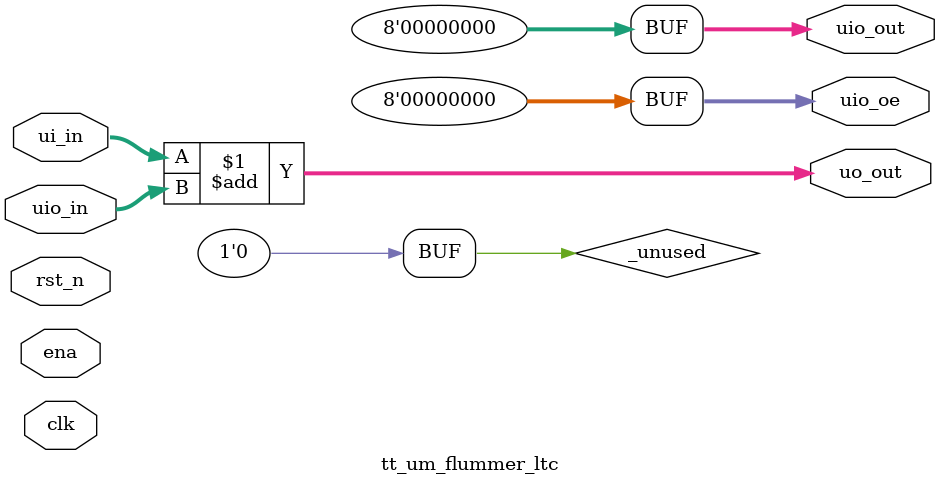
<source format=v>
/*
 * Copyright (c) 2025 Thomas Flummer
 * SPDX-License-Identifier: Apache-2.0
 */

`default_nettype none

module tt_um_flummer_ltc (
    input  wire [7:0] ui_in,    // Dedicated inputs
    output wire [7:0] uo_out,   // Dedicated outputs
    input  wire [7:0] uio_in,   // IOs: Input path
    output wire [7:0] uio_out,  // IOs: Output path
    output wire [7:0] uio_oe,   // IOs: Enable path (active high: 0=input, 1=output)
    input  wire       ena,      // always 1 when the design is powered, so you can ignore it
    input  wire       clk,      // clock
    input  wire       rst_n     // reset_n - low to reset
);

  // All output pins must be assigned. If not used, assign to 0.
  assign uo_out  = ui_in + uio_in;  // Example: ou_out is the sum of ui_in and uio_in
  assign uio_out = 0;
  assign uio_oe  = 0;

  // List all unused inputs to prevent warnings
  wire _unused = &{ena, clk, rst_n, 1'b0};

endmodule

</source>
